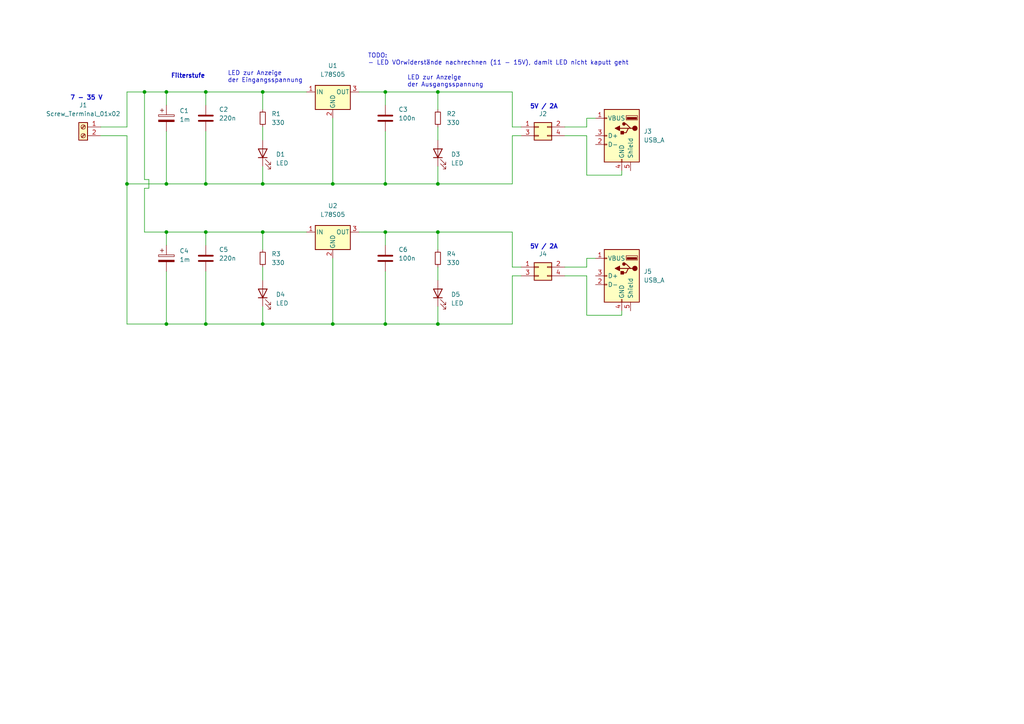
<source format=kicad_sch>
(kicad_sch (version 20211123) (generator eeschema)

  (uuid 28920a75-6506-4e2a-b657-9790916ff358)

  (paper "A4")

  (lib_symbols
    (symbol "Connector:Screw_Terminal_01x02" (pin_names (offset 1.016) hide) (in_bom yes) (on_board yes)
      (property "Reference" "J" (id 0) (at 0 2.54 0)
        (effects (font (size 1.27 1.27)))
      )
      (property "Value" "Screw_Terminal_01x02" (id 1) (at 0 -5.08 0)
        (effects (font (size 1.27 1.27)))
      )
      (property "Footprint" "" (id 2) (at 0 0 0)
        (effects (font (size 1.27 1.27)) hide)
      )
      (property "Datasheet" "~" (id 3) (at 0 0 0)
        (effects (font (size 1.27 1.27)) hide)
      )
      (property "ki_keywords" "screw terminal" (id 4) (at 0 0 0)
        (effects (font (size 1.27 1.27)) hide)
      )
      (property "ki_description" "Generic screw terminal, single row, 01x02, script generated (kicad-library-utils/schlib/autogen/connector/)" (id 5) (at 0 0 0)
        (effects (font (size 1.27 1.27)) hide)
      )
      (property "ki_fp_filters" "TerminalBlock*:*" (id 6) (at 0 0 0)
        (effects (font (size 1.27 1.27)) hide)
      )
      (symbol "Screw_Terminal_01x02_1_1"
        (rectangle (start -1.27 1.27) (end 1.27 -3.81)
          (stroke (width 0.254) (type default) (color 0 0 0 0))
          (fill (type background))
        )
        (circle (center 0 -2.54) (radius 0.635)
          (stroke (width 0.1524) (type default) (color 0 0 0 0))
          (fill (type none))
        )
        (polyline
          (pts
            (xy -0.5334 -2.2098)
            (xy 0.3302 -3.048)
          )
          (stroke (width 0.1524) (type default) (color 0 0 0 0))
          (fill (type none))
        )
        (polyline
          (pts
            (xy -0.5334 0.3302)
            (xy 0.3302 -0.508)
          )
          (stroke (width 0.1524) (type default) (color 0 0 0 0))
          (fill (type none))
        )
        (polyline
          (pts
            (xy -0.3556 -2.032)
            (xy 0.508 -2.8702)
          )
          (stroke (width 0.1524) (type default) (color 0 0 0 0))
          (fill (type none))
        )
        (polyline
          (pts
            (xy -0.3556 0.508)
            (xy 0.508 -0.3302)
          )
          (stroke (width 0.1524) (type default) (color 0 0 0 0))
          (fill (type none))
        )
        (circle (center 0 0) (radius 0.635)
          (stroke (width 0.1524) (type default) (color 0 0 0 0))
          (fill (type none))
        )
        (pin passive line (at -5.08 0 0) (length 3.81)
          (name "Pin_1" (effects (font (size 1.27 1.27))))
          (number "1" (effects (font (size 1.27 1.27))))
        )
        (pin passive line (at -5.08 -2.54 0) (length 3.81)
          (name "Pin_2" (effects (font (size 1.27 1.27))))
          (number "2" (effects (font (size 1.27 1.27))))
        )
      )
    )
    (symbol "Connector:USB_A" (pin_names (offset 1.016)) (in_bom yes) (on_board yes)
      (property "Reference" "J" (id 0) (at -5.08 11.43 0)
        (effects (font (size 1.27 1.27)) (justify left))
      )
      (property "Value" "USB_A" (id 1) (at -5.08 8.89 0)
        (effects (font (size 1.27 1.27)) (justify left))
      )
      (property "Footprint" "" (id 2) (at 3.81 -1.27 0)
        (effects (font (size 1.27 1.27)) hide)
      )
      (property "Datasheet" " ~" (id 3) (at 3.81 -1.27 0)
        (effects (font (size 1.27 1.27)) hide)
      )
      (property "ki_keywords" "connector USB" (id 4) (at 0 0 0)
        (effects (font (size 1.27 1.27)) hide)
      )
      (property "ki_description" "USB Type A connector" (id 5) (at 0 0 0)
        (effects (font (size 1.27 1.27)) hide)
      )
      (property "ki_fp_filters" "USB*" (id 6) (at 0 0 0)
        (effects (font (size 1.27 1.27)) hide)
      )
      (symbol "USB_A_0_1"
        (rectangle (start -5.08 -7.62) (end 5.08 7.62)
          (stroke (width 0.254) (type default) (color 0 0 0 0))
          (fill (type background))
        )
        (circle (center -3.81 2.159) (radius 0.635)
          (stroke (width 0.254) (type default) (color 0 0 0 0))
          (fill (type outline))
        )
        (rectangle (start -1.524 4.826) (end -4.318 5.334)
          (stroke (width 0) (type default) (color 0 0 0 0))
          (fill (type outline))
        )
        (rectangle (start -1.27 4.572) (end -4.572 5.842)
          (stroke (width 0) (type default) (color 0 0 0 0))
          (fill (type none))
        )
        (circle (center -0.635 3.429) (radius 0.381)
          (stroke (width 0.254) (type default) (color 0 0 0 0))
          (fill (type outline))
        )
        (rectangle (start -0.127 -7.62) (end 0.127 -6.858)
          (stroke (width 0) (type default) (color 0 0 0 0))
          (fill (type none))
        )
        (polyline
          (pts
            (xy -3.175 2.159)
            (xy -2.54 2.159)
            (xy -1.27 3.429)
            (xy -0.635 3.429)
          )
          (stroke (width 0.254) (type default) (color 0 0 0 0))
          (fill (type none))
        )
        (polyline
          (pts
            (xy -2.54 2.159)
            (xy -1.905 2.159)
            (xy -1.27 0.889)
            (xy 0 0.889)
          )
          (stroke (width 0.254) (type default) (color 0 0 0 0))
          (fill (type none))
        )
        (polyline
          (pts
            (xy 0.635 2.794)
            (xy 0.635 1.524)
            (xy 1.905 2.159)
            (xy 0.635 2.794)
          )
          (stroke (width 0.254) (type default) (color 0 0 0 0))
          (fill (type outline))
        )
        (rectangle (start 0.254 1.27) (end -0.508 0.508)
          (stroke (width 0.254) (type default) (color 0 0 0 0))
          (fill (type outline))
        )
        (rectangle (start 5.08 -2.667) (end 4.318 -2.413)
          (stroke (width 0) (type default) (color 0 0 0 0))
          (fill (type none))
        )
        (rectangle (start 5.08 -0.127) (end 4.318 0.127)
          (stroke (width 0) (type default) (color 0 0 0 0))
          (fill (type none))
        )
        (rectangle (start 5.08 4.953) (end 4.318 5.207)
          (stroke (width 0) (type default) (color 0 0 0 0))
          (fill (type none))
        )
      )
      (symbol "USB_A_1_1"
        (polyline
          (pts
            (xy -1.905 2.159)
            (xy 0.635 2.159)
          )
          (stroke (width 0.254) (type default) (color 0 0 0 0))
          (fill (type none))
        )
        (pin power_in line (at 7.62 5.08 180) (length 2.54)
          (name "VBUS" (effects (font (size 1.27 1.27))))
          (number "1" (effects (font (size 1.27 1.27))))
        )
        (pin bidirectional line (at 7.62 -2.54 180) (length 2.54)
          (name "D-" (effects (font (size 1.27 1.27))))
          (number "2" (effects (font (size 1.27 1.27))))
        )
        (pin bidirectional line (at 7.62 0 180) (length 2.54)
          (name "D+" (effects (font (size 1.27 1.27))))
          (number "3" (effects (font (size 1.27 1.27))))
        )
        (pin power_in line (at 0 -10.16 90) (length 2.54)
          (name "GND" (effects (font (size 1.27 1.27))))
          (number "4" (effects (font (size 1.27 1.27))))
        )
        (pin passive line (at -2.54 -10.16 90) (length 2.54)
          (name "Shield" (effects (font (size 1.27 1.27))))
          (number "5" (effects (font (size 1.27 1.27))))
        )
      )
    )
    (symbol "Connector_Generic:Conn_02x02_Odd_Even" (pin_names (offset 1.016) hide) (in_bom yes) (on_board yes)
      (property "Reference" "J" (id 0) (at 1.27 2.54 0)
        (effects (font (size 1.27 1.27)))
      )
      (property "Value" "Conn_02x02_Odd_Even" (id 1) (at 1.27 -5.08 0)
        (effects (font (size 1.27 1.27)))
      )
      (property "Footprint" "" (id 2) (at 0 0 0)
        (effects (font (size 1.27 1.27)) hide)
      )
      (property "Datasheet" "~" (id 3) (at 0 0 0)
        (effects (font (size 1.27 1.27)) hide)
      )
      (property "ki_keywords" "connector" (id 4) (at 0 0 0)
        (effects (font (size 1.27 1.27)) hide)
      )
      (property "ki_description" "Generic connector, double row, 02x02, odd/even pin numbering scheme (row 1 odd numbers, row 2 even numbers), script generated (kicad-library-utils/schlib/autogen/connector/)" (id 5) (at 0 0 0)
        (effects (font (size 1.27 1.27)) hide)
      )
      (property "ki_fp_filters" "Connector*:*_2x??_*" (id 6) (at 0 0 0)
        (effects (font (size 1.27 1.27)) hide)
      )
      (symbol "Conn_02x02_Odd_Even_1_1"
        (rectangle (start -1.27 -2.413) (end 0 -2.667)
          (stroke (width 0.1524) (type default) (color 0 0 0 0))
          (fill (type none))
        )
        (rectangle (start -1.27 0.127) (end 0 -0.127)
          (stroke (width 0.1524) (type default) (color 0 0 0 0))
          (fill (type none))
        )
        (rectangle (start -1.27 1.27) (end 3.81 -3.81)
          (stroke (width 0.254) (type default) (color 0 0 0 0))
          (fill (type background))
        )
        (rectangle (start 3.81 -2.413) (end 2.54 -2.667)
          (stroke (width 0.1524) (type default) (color 0 0 0 0))
          (fill (type none))
        )
        (rectangle (start 3.81 0.127) (end 2.54 -0.127)
          (stroke (width 0.1524) (type default) (color 0 0 0 0))
          (fill (type none))
        )
        (pin passive line (at -5.08 0 0) (length 3.81)
          (name "Pin_1" (effects (font (size 1.27 1.27))))
          (number "1" (effects (font (size 1.27 1.27))))
        )
        (pin passive line (at 7.62 0 180) (length 3.81)
          (name "Pin_2" (effects (font (size 1.27 1.27))))
          (number "2" (effects (font (size 1.27 1.27))))
        )
        (pin passive line (at -5.08 -2.54 0) (length 3.81)
          (name "Pin_3" (effects (font (size 1.27 1.27))))
          (number "3" (effects (font (size 1.27 1.27))))
        )
        (pin passive line (at 7.62 -2.54 180) (length 3.81)
          (name "Pin_4" (effects (font (size 1.27 1.27))))
          (number "4" (effects (font (size 1.27 1.27))))
        )
      )
    )
    (symbol "Device:C" (pin_numbers hide) (pin_names (offset 0.254)) (in_bom yes) (on_board yes)
      (property "Reference" "C" (id 0) (at 0.635 2.54 0)
        (effects (font (size 1.27 1.27)) (justify left))
      )
      (property "Value" "C" (id 1) (at 0.635 -2.54 0)
        (effects (font (size 1.27 1.27)) (justify left))
      )
      (property "Footprint" "" (id 2) (at 0.9652 -3.81 0)
        (effects (font (size 1.27 1.27)) hide)
      )
      (property "Datasheet" "~" (id 3) (at 0 0 0)
        (effects (font (size 1.27 1.27)) hide)
      )
      (property "ki_keywords" "cap capacitor" (id 4) (at 0 0 0)
        (effects (font (size 1.27 1.27)) hide)
      )
      (property "ki_description" "Unpolarized capacitor" (id 5) (at 0 0 0)
        (effects (font (size 1.27 1.27)) hide)
      )
      (property "ki_fp_filters" "C_*" (id 6) (at 0 0 0)
        (effects (font (size 1.27 1.27)) hide)
      )
      (symbol "C_0_1"
        (polyline
          (pts
            (xy -2.032 -0.762)
            (xy 2.032 -0.762)
          )
          (stroke (width 0.508) (type default) (color 0 0 0 0))
          (fill (type none))
        )
        (polyline
          (pts
            (xy -2.032 0.762)
            (xy 2.032 0.762)
          )
          (stroke (width 0.508) (type default) (color 0 0 0 0))
          (fill (type none))
        )
      )
      (symbol "C_1_1"
        (pin passive line (at 0 3.81 270) (length 2.794)
          (name "~" (effects (font (size 1.27 1.27))))
          (number "1" (effects (font (size 1.27 1.27))))
        )
        (pin passive line (at 0 -3.81 90) (length 2.794)
          (name "~" (effects (font (size 1.27 1.27))))
          (number "2" (effects (font (size 1.27 1.27))))
        )
      )
    )
    (symbol "Device:C_Polarized" (pin_numbers hide) (pin_names (offset 0.254)) (in_bom yes) (on_board yes)
      (property "Reference" "C" (id 0) (at 0.635 2.54 0)
        (effects (font (size 1.27 1.27)) (justify left))
      )
      (property "Value" "C_Polarized" (id 1) (at 0.635 -2.54 0)
        (effects (font (size 1.27 1.27)) (justify left))
      )
      (property "Footprint" "" (id 2) (at 0.9652 -3.81 0)
        (effects (font (size 1.27 1.27)) hide)
      )
      (property "Datasheet" "~" (id 3) (at 0 0 0)
        (effects (font (size 1.27 1.27)) hide)
      )
      (property "ki_keywords" "cap capacitor" (id 4) (at 0 0 0)
        (effects (font (size 1.27 1.27)) hide)
      )
      (property "ki_description" "Polarized capacitor" (id 5) (at 0 0 0)
        (effects (font (size 1.27 1.27)) hide)
      )
      (property "ki_fp_filters" "CP_*" (id 6) (at 0 0 0)
        (effects (font (size 1.27 1.27)) hide)
      )
      (symbol "C_Polarized_0_1"
        (rectangle (start -2.286 0.508) (end 2.286 1.016)
          (stroke (width 0) (type default) (color 0 0 0 0))
          (fill (type none))
        )
        (polyline
          (pts
            (xy -1.778 2.286)
            (xy -0.762 2.286)
          )
          (stroke (width 0) (type default) (color 0 0 0 0))
          (fill (type none))
        )
        (polyline
          (pts
            (xy -1.27 2.794)
            (xy -1.27 1.778)
          )
          (stroke (width 0) (type default) (color 0 0 0 0))
          (fill (type none))
        )
        (rectangle (start 2.286 -0.508) (end -2.286 -1.016)
          (stroke (width 0) (type default) (color 0 0 0 0))
          (fill (type outline))
        )
      )
      (symbol "C_Polarized_1_1"
        (pin passive line (at 0 3.81 270) (length 2.794)
          (name "~" (effects (font (size 1.27 1.27))))
          (number "1" (effects (font (size 1.27 1.27))))
        )
        (pin passive line (at 0 -3.81 90) (length 2.794)
          (name "~" (effects (font (size 1.27 1.27))))
          (number "2" (effects (font (size 1.27 1.27))))
        )
      )
    )
    (symbol "Device:LED" (pin_numbers hide) (pin_names (offset 1.016) hide) (in_bom yes) (on_board yes)
      (property "Reference" "D" (id 0) (at 0 2.54 0)
        (effects (font (size 1.27 1.27)))
      )
      (property "Value" "LED" (id 1) (at 0 -2.54 0)
        (effects (font (size 1.27 1.27)))
      )
      (property "Footprint" "" (id 2) (at 0 0 0)
        (effects (font (size 1.27 1.27)) hide)
      )
      (property "Datasheet" "~" (id 3) (at 0 0 0)
        (effects (font (size 1.27 1.27)) hide)
      )
      (property "ki_keywords" "LED diode" (id 4) (at 0 0 0)
        (effects (font (size 1.27 1.27)) hide)
      )
      (property "ki_description" "Light emitting diode" (id 5) (at 0 0 0)
        (effects (font (size 1.27 1.27)) hide)
      )
      (property "ki_fp_filters" "LED* LED_SMD:* LED_THT:*" (id 6) (at 0 0 0)
        (effects (font (size 1.27 1.27)) hide)
      )
      (symbol "LED_0_1"
        (polyline
          (pts
            (xy -1.27 -1.27)
            (xy -1.27 1.27)
          )
          (stroke (width 0.254) (type default) (color 0 0 0 0))
          (fill (type none))
        )
        (polyline
          (pts
            (xy -1.27 0)
            (xy 1.27 0)
          )
          (stroke (width 0) (type default) (color 0 0 0 0))
          (fill (type none))
        )
        (polyline
          (pts
            (xy 1.27 -1.27)
            (xy 1.27 1.27)
            (xy -1.27 0)
            (xy 1.27 -1.27)
          )
          (stroke (width 0.254) (type default) (color 0 0 0 0))
          (fill (type none))
        )
        (polyline
          (pts
            (xy -3.048 -0.762)
            (xy -4.572 -2.286)
            (xy -3.81 -2.286)
            (xy -4.572 -2.286)
            (xy -4.572 -1.524)
          )
          (stroke (width 0) (type default) (color 0 0 0 0))
          (fill (type none))
        )
        (polyline
          (pts
            (xy -1.778 -0.762)
            (xy -3.302 -2.286)
            (xy -2.54 -2.286)
            (xy -3.302 -2.286)
            (xy -3.302 -1.524)
          )
          (stroke (width 0) (type default) (color 0 0 0 0))
          (fill (type none))
        )
      )
      (symbol "LED_1_1"
        (pin passive line (at -3.81 0 0) (length 2.54)
          (name "K" (effects (font (size 1.27 1.27))))
          (number "1" (effects (font (size 1.27 1.27))))
        )
        (pin passive line (at 3.81 0 180) (length 2.54)
          (name "A" (effects (font (size 1.27 1.27))))
          (number "2" (effects (font (size 1.27 1.27))))
        )
      )
    )
    (symbol "Device:R_Small" (pin_numbers hide) (pin_names (offset 0.254) hide) (in_bom yes) (on_board yes)
      (property "Reference" "R" (id 0) (at 0.762 0.508 0)
        (effects (font (size 1.27 1.27)) (justify left))
      )
      (property "Value" "R_Small" (id 1) (at 0.762 -1.016 0)
        (effects (font (size 1.27 1.27)) (justify left))
      )
      (property "Footprint" "" (id 2) (at 0 0 0)
        (effects (font (size 1.27 1.27)) hide)
      )
      (property "Datasheet" "~" (id 3) (at 0 0 0)
        (effects (font (size 1.27 1.27)) hide)
      )
      (property "ki_keywords" "R resistor" (id 4) (at 0 0 0)
        (effects (font (size 1.27 1.27)) hide)
      )
      (property "ki_description" "Resistor, small symbol" (id 5) (at 0 0 0)
        (effects (font (size 1.27 1.27)) hide)
      )
      (property "ki_fp_filters" "R_*" (id 6) (at 0 0 0)
        (effects (font (size 1.27 1.27)) hide)
      )
      (symbol "R_Small_0_1"
        (rectangle (start -0.762 1.778) (end 0.762 -1.778)
          (stroke (width 0.2032) (type default) (color 0 0 0 0))
          (fill (type none))
        )
      )
      (symbol "R_Small_1_1"
        (pin passive line (at 0 2.54 270) (length 0.762)
          (name "~" (effects (font (size 1.27 1.27))))
          (number "1" (effects (font (size 1.27 1.27))))
        )
        (pin passive line (at 0 -2.54 90) (length 0.762)
          (name "~" (effects (font (size 1.27 1.27))))
          (number "2" (effects (font (size 1.27 1.27))))
        )
      )
    )
    (symbol "Regulator_Linear:L7805" (pin_names (offset 0.254)) (in_bom yes) (on_board yes)
      (property "Reference" "U" (id 0) (at -3.81 3.175 0)
        (effects (font (size 1.27 1.27)))
      )
      (property "Value" "L7805" (id 1) (at 0 3.175 0)
        (effects (font (size 1.27 1.27)) (justify left))
      )
      (property "Footprint" "" (id 2) (at 0.635 -3.81 0)
        (effects (font (size 1.27 1.27) italic) (justify left) hide)
      )
      (property "Datasheet" "http://www.st.com/content/ccc/resource/technical/document/datasheet/41/4f/b3/b0/12/d4/47/88/CD00000444.pdf/files/CD00000444.pdf/jcr:content/translations/en.CD00000444.pdf" (id 3) (at 0 -1.27 0)
        (effects (font (size 1.27 1.27)) hide)
      )
      (property "ki_keywords" "Voltage Regulator 1.5A Positive" (id 4) (at 0 0 0)
        (effects (font (size 1.27 1.27)) hide)
      )
      (property "ki_description" "Positive 1.5A 35V Linear Regulator, Fixed Output 5V, TO-220/TO-263/TO-252" (id 5) (at 0 0 0)
        (effects (font (size 1.27 1.27)) hide)
      )
      (property "ki_fp_filters" "TO?252* TO?263* TO?220*" (id 6) (at 0 0 0)
        (effects (font (size 1.27 1.27)) hide)
      )
      (symbol "L7805_0_1"
        (rectangle (start -5.08 1.905) (end 5.08 -5.08)
          (stroke (width 0.254) (type default) (color 0 0 0 0))
          (fill (type background))
        )
      )
      (symbol "L7805_1_1"
        (pin power_in line (at -7.62 0 0) (length 2.54)
          (name "IN" (effects (font (size 1.27 1.27))))
          (number "1" (effects (font (size 1.27 1.27))))
        )
        (pin power_in line (at 0 -7.62 90) (length 2.54)
          (name "GND" (effects (font (size 1.27 1.27))))
          (number "2" (effects (font (size 1.27 1.27))))
        )
        (pin power_out line (at 7.62 0 180) (length 2.54)
          (name "OUT" (effects (font (size 1.27 1.27))))
          (number "3" (effects (font (size 1.27 1.27))))
        )
      )
    )
  )

  (junction (at 48.26 67.31) (diameter 0) (color 0 0 0 0)
    (uuid 037872a4-9312-4ec7-8318-6df20ef3f28d)
  )
  (junction (at 36.83 53.34) (diameter 0) (color 0 0 0 0)
    (uuid 186a8d2c-674b-45f5-85fa-d9e638b00c64)
  )
  (junction (at 127 26.67) (diameter 0) (color 0 0 0 0)
    (uuid 1ca10080-9e18-4457-99e3-53919c237f70)
  )
  (junction (at 59.69 67.31) (diameter 0) (color 0 0 0 0)
    (uuid 22fbadf3-37de-4b77-9857-442aa23b4bbf)
  )
  (junction (at 48.26 93.98) (diameter 0) (color 0 0 0 0)
    (uuid 291d36ff-fe9d-4591-b905-4f62fc259397)
  )
  (junction (at 41.91 26.67) (diameter 0) (color 0 0 0 0)
    (uuid 37a795dc-0240-4a91-84dc-db3c3aa5e6de)
  )
  (junction (at 48.26 26.67) (diameter 0) (color 0 0 0 0)
    (uuid 5680965b-832d-404c-86a1-ae2e48ca8b2d)
  )
  (junction (at 76.2 67.31) (diameter 0) (color 0 0 0 0)
    (uuid 629dcda7-cb6f-4d4e-a7cc-787a057df971)
  )
  (junction (at 59.69 26.67) (diameter 0) (color 0 0 0 0)
    (uuid 7e639599-75e0-4b1f-8a1c-13a3a6e57139)
  )
  (junction (at 76.2 26.67) (diameter 0) (color 0 0 0 0)
    (uuid 898e78bc-eaab-4429-9fb8-aeb79411d369)
  )
  (junction (at 76.2 93.98) (diameter 0) (color 0 0 0 0)
    (uuid 8e3c9598-6827-43f8-8d70-bfbefed079d1)
  )
  (junction (at 48.26 53.34) (diameter 0) (color 0 0 0 0)
    (uuid 96dd5428-2681-4361-abfd-9a60de97423e)
  )
  (junction (at 127 93.98) (diameter 0) (color 0 0 0 0)
    (uuid a3b21820-464d-4c24-939c-24a45fa35571)
  )
  (junction (at 76.2 53.34) (diameter 0) (color 0 0 0 0)
    (uuid a6317d0e-d0c3-4ffc-b951-4111f4bfbfb9)
  )
  (junction (at 96.52 53.34) (diameter 0) (color 0 0 0 0)
    (uuid aadb3106-54c4-422c-93ea-e73bcb9a7148)
  )
  (junction (at 111.76 93.98) (diameter 0) (color 0 0 0 0)
    (uuid b294c779-d320-43a5-99ce-7200036144a8)
  )
  (junction (at 96.52 93.98) (diameter 0) (color 0 0 0 0)
    (uuid b3b4a2ce-a76c-4893-b618-c15851cceb5e)
  )
  (junction (at 111.76 67.31) (diameter 0) (color 0 0 0 0)
    (uuid b5244ee4-198d-4c97-b9fb-f930969151e4)
  )
  (junction (at 111.76 53.34) (diameter 0) (color 0 0 0 0)
    (uuid c5131f04-c94a-4961-8d7c-26bfba751aa5)
  )
  (junction (at 127 67.31) (diameter 0) (color 0 0 0 0)
    (uuid d6dea8f5-3217-45cd-8736-9805e6eaa3a8)
  )
  (junction (at 59.69 93.98) (diameter 0) (color 0 0 0 0)
    (uuid dee8857f-a396-409e-ad59-20c5f6184d72)
  )
  (junction (at 59.69 53.34) (diameter 0) (color 0 0 0 0)
    (uuid e0ffa681-23fa-4109-b5f7-766d8a352510)
  )
  (junction (at 111.76 26.67) (diameter 0) (color 0 0 0 0)
    (uuid e9abcf7e-c77d-41a9-bc39-cb247bad22a2)
  )
  (junction (at 127 53.34) (diameter 0) (color 0 0 0 0)
    (uuid f6243da3-fdc6-4929-94de-732befc2ea72)
  )

  (wire (pts (xy 148.59 36.83) (xy 148.59 26.67))
    (stroke (width 0) (type default) (color 0 0 0 0))
    (uuid 0461115d-a282-4e99-b4d0-ef8134180b03)
  )
  (wire (pts (xy 170.18 74.93) (xy 170.18 77.47))
    (stroke (width 0) (type default) (color 0 0 0 0))
    (uuid 056efc95-233f-47a0-9922-5c14a593feaa)
  )
  (wire (pts (xy 148.59 93.98) (xy 127 93.98))
    (stroke (width 0) (type default) (color 0 0 0 0))
    (uuid 135196f4-c3b3-4f49-8c68-dcd025617254)
  )
  (wire (pts (xy 48.26 78.74) (xy 48.26 93.98))
    (stroke (width 0) (type default) (color 0 0 0 0))
    (uuid 13679450-ff6f-4eed-991c-9b826f731a12)
  )
  (wire (pts (xy 48.26 67.31) (xy 59.69 67.31))
    (stroke (width 0) (type default) (color 0 0 0 0))
    (uuid 159372ea-acd4-42f1-b0f2-46c051ceb87c)
  )
  (wire (pts (xy 59.69 93.98) (xy 76.2 93.98))
    (stroke (width 0) (type default) (color 0 0 0 0))
    (uuid 18f8beba-b26e-4d73-8aa5-425dd754a127)
  )
  (wire (pts (xy 170.18 36.83) (xy 163.83 36.83))
    (stroke (width 0) (type default) (color 0 0 0 0))
    (uuid 1988b6a8-ea36-4b0c-b066-42436e445311)
  )
  (wire (pts (xy 127 48.26) (xy 127 53.34))
    (stroke (width 0) (type default) (color 0 0 0 0))
    (uuid 1f678702-02ca-495f-ac0d-ab6fc9b72259)
  )
  (wire (pts (xy 29.21 39.37) (xy 36.83 39.37))
    (stroke (width 0) (type default) (color 0 0 0 0))
    (uuid 243e082a-328f-431f-9f83-540e15086724)
  )
  (wire (pts (xy 59.69 67.31) (xy 59.69 71.12))
    (stroke (width 0) (type default) (color 0 0 0 0))
    (uuid 283164ac-a6bf-43dd-a4e8-a5b9eddbb544)
  )
  (wire (pts (xy 148.59 26.67) (xy 127 26.67))
    (stroke (width 0) (type default) (color 0 0 0 0))
    (uuid 2e99fe05-53a9-49d2-a52c-e06225b9fcba)
  )
  (wire (pts (xy 148.59 80.01) (xy 148.59 93.98))
    (stroke (width 0) (type default) (color 0 0 0 0))
    (uuid 2fa419da-ed7a-4a85-ac5e-1a7c1842ab70)
  )
  (wire (pts (xy 127 26.67) (xy 127 31.75))
    (stroke (width 0) (type default) (color 0 0 0 0))
    (uuid 30a42db3-6158-4818-b021-307ac193f078)
  )
  (wire (pts (xy 48.26 53.34) (xy 59.69 53.34))
    (stroke (width 0) (type default) (color 0 0 0 0))
    (uuid 328830c6-b324-4922-b6b3-1c04b091c6d3)
  )
  (wire (pts (xy 127 93.98) (xy 111.76 93.98))
    (stroke (width 0) (type default) (color 0 0 0 0))
    (uuid 346f39d6-f590-46ae-862b-35ccf55bdf89)
  )
  (wire (pts (xy 48.26 26.67) (xy 59.69 26.67))
    (stroke (width 0) (type default) (color 0 0 0 0))
    (uuid 3d7f0cb1-678a-42cb-84e7-ad1a266946a0)
  )
  (wire (pts (xy 36.83 39.37) (xy 36.83 53.34))
    (stroke (width 0) (type default) (color 0 0 0 0))
    (uuid 3feea3d4-d8b5-455c-9e0e-de4aef2fba74)
  )
  (wire (pts (xy 48.26 67.31) (xy 41.91 67.31))
    (stroke (width 0) (type default) (color 0 0 0 0))
    (uuid 44386b20-fe48-4f0c-9643-dd0c06abc540)
  )
  (wire (pts (xy 48.26 67.31) (xy 48.26 71.12))
    (stroke (width 0) (type default) (color 0 0 0 0))
    (uuid 461c150a-80af-439e-8285-0eb450be0344)
  )
  (wire (pts (xy 76.2 31.75) (xy 76.2 26.67))
    (stroke (width 0) (type default) (color 0 0 0 0))
    (uuid 492691b0-8db4-419c-bd7f-01b398382773)
  )
  (wire (pts (xy 148.59 77.47) (xy 148.59 67.31))
    (stroke (width 0) (type default) (color 0 0 0 0))
    (uuid 4a268d12-6b1e-462b-a590-7b4312b3e935)
  )
  (wire (pts (xy 151.13 80.01) (xy 148.59 80.01))
    (stroke (width 0) (type default) (color 0 0 0 0))
    (uuid 4a8df540-675c-4f22-a4a0-062ca49d0d89)
  )
  (wire (pts (xy 96.52 34.29) (xy 96.52 53.34))
    (stroke (width 0) (type default) (color 0 0 0 0))
    (uuid 4e503655-919b-455d-9fcb-22aec7888ed2)
  )
  (wire (pts (xy 96.52 53.34) (xy 76.2 53.34))
    (stroke (width 0) (type default) (color 0 0 0 0))
    (uuid 4f439efc-7f0d-4823-9051-9d46c6f356c3)
  )
  (wire (pts (xy 41.91 67.31) (xy 41.91 54.61))
    (stroke (width 0) (type default) (color 0 0 0 0))
    (uuid 517b4d94-ab0d-4eb1-94dc-1e05f31e9fa6)
  )
  (wire (pts (xy 111.76 30.48) (xy 111.76 26.67))
    (stroke (width 0) (type default) (color 0 0 0 0))
    (uuid 5421f849-c6ce-4b08-81f0-8a831cadc312)
  )
  (wire (pts (xy 59.69 26.67) (xy 76.2 26.67))
    (stroke (width 0) (type default) (color 0 0 0 0))
    (uuid 55dc1031-bb8c-47f8-bab2-aac47b7eea61)
  )
  (wire (pts (xy 111.76 67.31) (xy 104.14 67.31))
    (stroke (width 0) (type default) (color 0 0 0 0))
    (uuid 5832ad0f-5a53-473f-bf2a-a4b5103b8d10)
  )
  (wire (pts (xy 170.18 77.47) (xy 163.83 77.47))
    (stroke (width 0) (type default) (color 0 0 0 0))
    (uuid 5b2f8b01-14fc-4122-b76a-ff9171b09e85)
  )
  (wire (pts (xy 48.26 93.98) (xy 59.69 93.98))
    (stroke (width 0) (type default) (color 0 0 0 0))
    (uuid 5f19f3d4-0891-464a-93a2-1719eaaf5cae)
  )
  (wire (pts (xy 148.59 39.37) (xy 151.13 39.37))
    (stroke (width 0) (type default) (color 0 0 0 0))
    (uuid 6460dbb9-d97f-40b7-b862-b8c6bd2cdefe)
  )
  (wire (pts (xy 111.76 71.12) (xy 111.76 67.31))
    (stroke (width 0) (type default) (color 0 0 0 0))
    (uuid 6654bdef-b8ec-4c61-9fc0-4cc42866ebf8)
  )
  (wire (pts (xy 163.83 39.37) (xy 170.18 39.37))
    (stroke (width 0) (type default) (color 0 0 0 0))
    (uuid 66a4ba21-1b12-4b2b-afdd-36ddd46756c1)
  )
  (wire (pts (xy 41.91 26.67) (xy 41.91 52.07))
    (stroke (width 0) (type default) (color 0 0 0 0))
    (uuid 6722cc91-d6a1-419c-91c7-36260b9c1dd7)
  )
  (wire (pts (xy 96.52 74.93) (xy 96.52 93.98))
    (stroke (width 0) (type default) (color 0 0 0 0))
    (uuid 69c6404a-9b2b-423b-91bb-9bf612fb2c61)
  )
  (wire (pts (xy 43.18 52.07) (xy 41.91 52.07))
    (stroke (width 0) (type default) (color 0 0 0 0))
    (uuid 6aa751f2-9644-46af-8d49-32b9a9a0cbfc)
  )
  (wire (pts (xy 36.83 36.83) (xy 36.83 26.67))
    (stroke (width 0) (type default) (color 0 0 0 0))
    (uuid 6d18ad6b-0d8d-4d65-bfe8-76930b26fb49)
  )
  (wire (pts (xy 111.76 93.98) (xy 96.52 93.98))
    (stroke (width 0) (type default) (color 0 0 0 0))
    (uuid 702ea274-76a2-4ac1-85ce-000621ac626b)
  )
  (wire (pts (xy 148.59 39.37) (xy 148.59 53.34))
    (stroke (width 0) (type default) (color 0 0 0 0))
    (uuid 76516dfc-d34f-4d88-8f45-dbec2330b886)
  )
  (wire (pts (xy 170.18 34.29) (xy 170.18 36.83))
    (stroke (width 0) (type default) (color 0 0 0 0))
    (uuid 79282192-59e3-4e4e-9230-aa14f38df781)
  )
  (wire (pts (xy 41.91 54.61) (xy 43.18 54.61))
    (stroke (width 0) (type default) (color 0 0 0 0))
    (uuid 7c76c4cf-052f-4a65-9e02-efb6009195c0)
  )
  (wire (pts (xy 76.2 77.47) (xy 76.2 81.28))
    (stroke (width 0) (type default) (color 0 0 0 0))
    (uuid 7e082e69-987f-4b5e-adbb-085ca7bba219)
  )
  (wire (pts (xy 170.18 50.8) (xy 170.18 39.37))
    (stroke (width 0) (type default) (color 0 0 0 0))
    (uuid 7f95d91a-0e93-4000-9ecc-530fd0639af6)
  )
  (wire (pts (xy 76.2 36.83) (xy 76.2 40.64))
    (stroke (width 0) (type default) (color 0 0 0 0))
    (uuid 84a28995-085f-4f5f-ba39-4756e4789f89)
  )
  (wire (pts (xy 180.34 90.17) (xy 180.34 91.44))
    (stroke (width 0) (type default) (color 0 0 0 0))
    (uuid 8678700b-e9ff-4444-9dfc-8ff27cb2cf8a)
  )
  (wire (pts (xy 148.59 53.34) (xy 127 53.34))
    (stroke (width 0) (type default) (color 0 0 0 0))
    (uuid 8a97e44d-cb09-411b-86d4-24172d0260ca)
  )
  (wire (pts (xy 170.18 91.44) (xy 170.18 80.01))
    (stroke (width 0) (type default) (color 0 0 0 0))
    (uuid 91849a41-21cf-4163-af60-8204016892da)
  )
  (wire (pts (xy 148.59 36.83) (xy 151.13 36.83))
    (stroke (width 0) (type default) (color 0 0 0 0))
    (uuid 94a3ea1c-d87a-4bb8-abf5-6e616fe11cab)
  )
  (wire (pts (xy 127 26.67) (xy 111.76 26.67))
    (stroke (width 0) (type default) (color 0 0 0 0))
    (uuid 95018a12-334a-40b8-9407-ea8bc1f04094)
  )
  (wire (pts (xy 148.59 67.31) (xy 127 67.31))
    (stroke (width 0) (type default) (color 0 0 0 0))
    (uuid 9bec0533-5585-4e08-8390-afdeb0c63ee9)
  )
  (wire (pts (xy 43.18 54.61) (xy 43.18 52.07))
    (stroke (width 0) (type default) (color 0 0 0 0))
    (uuid 9dd87bf2-85fe-4978-8b5e-afa13507e03c)
  )
  (wire (pts (xy 76.2 72.39) (xy 76.2 67.31))
    (stroke (width 0) (type default) (color 0 0 0 0))
    (uuid a3419a36-d42b-43a2-9115-0fccf5ce9624)
  )
  (wire (pts (xy 127 36.83) (xy 127 40.64))
    (stroke (width 0) (type default) (color 0 0 0 0))
    (uuid a6048afb-523d-4f6f-bf47-1bd4c0e1ad81)
  )
  (wire (pts (xy 36.83 26.67) (xy 41.91 26.67))
    (stroke (width 0) (type default) (color 0 0 0 0))
    (uuid a9479947-ba50-462f-8002-a392937f9a3a)
  )
  (wire (pts (xy 127 67.31) (xy 111.76 67.31))
    (stroke (width 0) (type default) (color 0 0 0 0))
    (uuid a9c0012d-39e8-4b30-8ede-952ff36f8dab)
  )
  (wire (pts (xy 111.76 38.1) (xy 111.76 53.34))
    (stroke (width 0) (type default) (color 0 0 0 0))
    (uuid af2ffb99-b796-4025-b442-5229250cd194)
  )
  (wire (pts (xy 48.26 93.98) (xy 36.83 93.98))
    (stroke (width 0) (type default) (color 0 0 0 0))
    (uuid af4669db-153b-49ce-abdd-1ff2bf01d656)
  )
  (wire (pts (xy 127 77.47) (xy 127 81.28))
    (stroke (width 0) (type default) (color 0 0 0 0))
    (uuid afa80892-13b8-4710-91fa-093467b55db8)
  )
  (wire (pts (xy 127 53.34) (xy 111.76 53.34))
    (stroke (width 0) (type default) (color 0 0 0 0))
    (uuid b090d60e-8121-445e-b623-0f6b5d2f74e0)
  )
  (wire (pts (xy 59.69 38.1) (xy 59.69 53.34))
    (stroke (width 0) (type default) (color 0 0 0 0))
    (uuid b19840f2-a675-4d76-a4ff-0a4d0ab014ed)
  )
  (wire (pts (xy 76.2 48.26) (xy 76.2 53.34))
    (stroke (width 0) (type default) (color 0 0 0 0))
    (uuid b23498f5-d8b3-4f81-b44a-0657ecb057d4)
  )
  (wire (pts (xy 59.69 26.67) (xy 59.69 30.48))
    (stroke (width 0) (type default) (color 0 0 0 0))
    (uuid b29798fd-0b4e-4f65-aa73-2f48b6e1e9da)
  )
  (wire (pts (xy 59.69 67.31) (xy 76.2 67.31))
    (stroke (width 0) (type default) (color 0 0 0 0))
    (uuid b52bc7ae-ef78-4e4d-8d01-6852854992c1)
  )
  (wire (pts (xy 36.83 93.98) (xy 36.83 53.34))
    (stroke (width 0) (type default) (color 0 0 0 0))
    (uuid b63b1477-f340-42ab-ba1d-50db657541d4)
  )
  (wire (pts (xy 163.83 80.01) (xy 170.18 80.01))
    (stroke (width 0) (type default) (color 0 0 0 0))
    (uuid b726f0e7-8e3e-4205-a7ee-faad37954abc)
  )
  (wire (pts (xy 127 88.9) (xy 127 93.98))
    (stroke (width 0) (type default) (color 0 0 0 0))
    (uuid b72fd23b-4e49-41aa-8043-9315b9d81a81)
  )
  (wire (pts (xy 111.76 78.74) (xy 111.76 93.98))
    (stroke (width 0) (type default) (color 0 0 0 0))
    (uuid bc8ec67e-2f92-496a-907a-cc95bc486b94)
  )
  (wire (pts (xy 127 67.31) (xy 127 72.39))
    (stroke (width 0) (type default) (color 0 0 0 0))
    (uuid c06497f6-dea9-4c7c-81ca-45fce8a0bd33)
  )
  (wire (pts (xy 172.72 34.29) (xy 170.18 34.29))
    (stroke (width 0) (type default) (color 0 0 0 0))
    (uuid c5058f48-2969-480f-b6b5-24ddc504e9cc)
  )
  (wire (pts (xy 29.21 36.83) (xy 36.83 36.83))
    (stroke (width 0) (type default) (color 0 0 0 0))
    (uuid c5a9061b-cc6a-4bac-a5a2-c663e2164cbe)
  )
  (wire (pts (xy 76.2 26.67) (xy 88.9 26.67))
    (stroke (width 0) (type default) (color 0 0 0 0))
    (uuid cacc92cf-b2a3-415d-bb33-5a8ffce1027b)
  )
  (wire (pts (xy 48.26 26.67) (xy 48.26 30.48))
    (stroke (width 0) (type default) (color 0 0 0 0))
    (uuid cc73a133-242e-4938-a4db-703f91e9b92d)
  )
  (wire (pts (xy 76.2 67.31) (xy 88.9 67.31))
    (stroke (width 0) (type default) (color 0 0 0 0))
    (uuid d0bcc739-8422-4b61-955e-4e7ecbf5201c)
  )
  (wire (pts (xy 180.34 50.8) (xy 170.18 50.8))
    (stroke (width 0) (type default) (color 0 0 0 0))
    (uuid d8f8b698-4240-4678-84e7-84f5acd8c81c)
  )
  (wire (pts (xy 111.76 26.67) (xy 104.14 26.67))
    (stroke (width 0) (type default) (color 0 0 0 0))
    (uuid d9845112-544f-453e-8df3-87f15009989d)
  )
  (wire (pts (xy 151.13 77.47) (xy 148.59 77.47))
    (stroke (width 0) (type default) (color 0 0 0 0))
    (uuid dfc65f5e-27f2-49f2-b0f7-c91258623bcd)
  )
  (wire (pts (xy 41.91 26.67) (xy 48.26 26.67))
    (stroke (width 0) (type default) (color 0 0 0 0))
    (uuid e1b1dc48-0d83-44a1-a9fa-dc83bed0e95d)
  )
  (wire (pts (xy 76.2 88.9) (xy 76.2 93.98))
    (stroke (width 0) (type default) (color 0 0 0 0))
    (uuid e3b4c9e5-0128-46cc-b9ce-f9714806b8cb)
  )
  (wire (pts (xy 180.34 49.53) (xy 180.34 50.8))
    (stroke (width 0) (type default) (color 0 0 0 0))
    (uuid e575ac7e-a80f-41e5-be01-cc78bffb793f)
  )
  (wire (pts (xy 59.69 78.74) (xy 59.69 93.98))
    (stroke (width 0) (type default) (color 0 0 0 0))
    (uuid e64b2774-a5ce-4e53-915a-1dd205486c7c)
  )
  (wire (pts (xy 111.76 53.34) (xy 96.52 53.34))
    (stroke (width 0) (type default) (color 0 0 0 0))
    (uuid e8086e3b-c29a-476f-ad5d-5c0c0409b085)
  )
  (wire (pts (xy 36.83 53.34) (xy 48.26 53.34))
    (stroke (width 0) (type default) (color 0 0 0 0))
    (uuid e8b4d535-828a-416b-98ca-9289748d08a1)
  )
  (wire (pts (xy 172.72 74.93) (xy 170.18 74.93))
    (stroke (width 0) (type default) (color 0 0 0 0))
    (uuid ead8dd41-0a40-4b95-8905-5e913679cbce)
  )
  (wire (pts (xy 48.26 38.1) (xy 48.26 53.34))
    (stroke (width 0) (type default) (color 0 0 0 0))
    (uuid ef05e233-2a62-40a2-9d64-4023b0132741)
  )
  (wire (pts (xy 180.34 91.44) (xy 170.18 91.44))
    (stroke (width 0) (type default) (color 0 0 0 0))
    (uuid f2c669bc-0c54-49c9-8771-6eda87917946)
  )
  (wire (pts (xy 96.52 93.98) (xy 76.2 93.98))
    (stroke (width 0) (type default) (color 0 0 0 0))
    (uuid f34e105e-7189-44f0-a057-0f301fffa8c8)
  )
  (wire (pts (xy 59.69 53.34) (xy 76.2 53.34))
    (stroke (width 0) (type default) (color 0 0 0 0))
    (uuid fbb4249e-58ae-42e7-8129-e71cb77ce105)
  )

  (text "LED zur Anzeige \nder Ausgangsspannung" (at 118.11 25.4 0)
    (effects (font (size 1.27 1.27)) (justify left bottom))
    (uuid 090211ba-8bde-4aa3-958a-d7b6f61ef155)
  )
  (text "7 - 35 V" (at 20.32 29.21 0)
    (effects (font (size 1.27 1.27) bold) (justify left bottom))
    (uuid 1c8375ac-e49b-479d-b793-fc751b873d8b)
  )
  (text "TODO: \n- LED VOrwiderstände nachrechnen (11 - 15V), damit LED nicht kaputt geht"
    (at 106.68 19.05 0)
    (effects (font (size 1.27 1.27)) (justify left bottom))
    (uuid 2567c9f3-1322-43ab-95e2-f67d0837e3a1)
  )
  (text "Filterstufe" (at 49.53 22.86 0)
    (effects (font (size 1.27 1.27) (thickness 0.254) bold) (justify left bottom))
    (uuid d2d8e3e0-0cfe-42e3-b2c1-8edf4e6c5e6d)
  )
  (text "5V / 2A" (at 153.67 72.39 0)
    (effects (font (size 1.27 1.27) bold) (justify left bottom))
    (uuid d6545281-59eb-4058-983e-33ddd5e70c2b)
  )
  (text "5V / 2A" (at 153.67 31.75 0)
    (effects (font (size 1.27 1.27) bold) (justify left bottom))
    (uuid ebbf363c-d029-41a2-a29e-41495cdeb2bd)
  )
  (text "LED zur Anzeige \nder Eingangsspannung" (at 66.04 24.13 0)
    (effects (font (size 1.27 1.27)) (justify left bottom))
    (uuid f478196c-a71b-40e6-8941-c85682e5b08b)
  )

  (symbol (lib_id "Device:R_Small") (at 76.2 34.29 0) (unit 1)
    (in_bom yes) (on_board yes) (fields_autoplaced)
    (uuid 0d8b3360-dd0e-4be9-9f15-091de3839ab5)
    (property "Reference" "R1" (id 0) (at 78.74 33.0199 0)
      (effects (font (size 1.27 1.27)) (justify left))
    )
    (property "Value" "330" (id 1) (at 78.74 35.5599 0)
      (effects (font (size 1.27 1.27)) (justify left))
    )
    (property "Footprint" "" (id 2) (at 76.2 34.29 0)
      (effects (font (size 1.27 1.27)) hide)
    )
    (property "Datasheet" "~" (id 3) (at 76.2 34.29 0)
      (effects (font (size 1.27 1.27)) hide)
    )
    (pin "1" (uuid 5add29a2-35cb-4450-a2b3-b8b5d848d5f5))
    (pin "2" (uuid b8cc712a-9032-43f8-8aa3-83bae456b598))
  )

  (symbol (lib_id "Device:R_Small") (at 76.2 74.93 0) (unit 1)
    (in_bom yes) (on_board yes) (fields_autoplaced)
    (uuid 15cf41a5-94b8-4f95-a141-56696bebb359)
    (property "Reference" "R3" (id 0) (at 78.74 73.6599 0)
      (effects (font (size 1.27 1.27)) (justify left))
    )
    (property "Value" "330" (id 1) (at 78.74 76.1999 0)
      (effects (font (size 1.27 1.27)) (justify left))
    )
    (property "Footprint" "" (id 2) (at 76.2 74.93 0)
      (effects (font (size 1.27 1.27)) hide)
    )
    (property "Datasheet" "~" (id 3) (at 76.2 74.93 0)
      (effects (font (size 1.27 1.27)) hide)
    )
    (pin "1" (uuid d89320f7-5f8b-4a9b-93ae-9992fcb62b32))
    (pin "2" (uuid d606482e-9edd-468b-89a2-ea54d8317b99))
  )

  (symbol (lib_id "Connector_Generic:Conn_02x02_Odd_Even") (at 156.21 77.47 0) (unit 1)
    (in_bom yes) (on_board yes) (fields_autoplaced)
    (uuid 1d5773e0-9370-4959-88b0-e84c0b246cf7)
    (property "Reference" "J4" (id 0) (at 157.48 73.66 0))
    (property "Value" "Conn_02x02_Odd_Even" (id 1) (at 157.48 73.66 0)
      (effects (font (size 1.27 1.27)) hide)
    )
    (property "Footprint" "" (id 2) (at 156.21 77.47 0)
      (effects (font (size 1.27 1.27)) hide)
    )
    (property "Datasheet" "~" (id 3) (at 156.21 77.47 0)
      (effects (font (size 1.27 1.27)) hide)
    )
    (pin "1" (uuid d60194e6-4d5d-4298-8883-f25ff430bf27))
    (pin "2" (uuid 20e63757-4149-4f83-8156-d4972debea8c))
    (pin "3" (uuid ed2dd2b7-b1ef-478a-81c7-bab5da6cb860))
    (pin "4" (uuid ef442377-e7d1-436f-9cf9-6f25dd8576ae))
  )

  (symbol (lib_id "Device:C_Polarized") (at 48.26 74.93 0) (unit 1)
    (in_bom yes) (on_board yes) (fields_autoplaced)
    (uuid 20228355-201b-441f-b03f-4618bcdc6469)
    (property "Reference" "C4" (id 0) (at 52.07 72.7709 0)
      (effects (font (size 1.27 1.27)) (justify left))
    )
    (property "Value" "1m" (id 1) (at 52.07 75.3109 0)
      (effects (font (size 1.27 1.27)) (justify left))
    )
    (property "Footprint" "" (id 2) (at 49.2252 78.74 0)
      (effects (font (size 1.27 1.27)) hide)
    )
    (property "Datasheet" "~" (id 3) (at 48.26 74.93 0)
      (effects (font (size 1.27 1.27)) hide)
    )
    (pin "1" (uuid 0673bda7-61ef-40d9-8ab3-ae75f803e69f))
    (pin "2" (uuid 0c3af503-8c6e-4e22-809b-81152978514a))
  )

  (symbol (lib_id "Connector_Generic:Conn_02x02_Odd_Even") (at 156.21 36.83 0) (unit 1)
    (in_bom yes) (on_board yes) (fields_autoplaced)
    (uuid 22a7eea0-62e4-4418-947a-6dfdedc658e8)
    (property "Reference" "J2" (id 0) (at 157.48 33.02 0))
    (property "Value" "Conn_02x02_Odd_Even" (id 1) (at 157.48 33.02 0)
      (effects (font (size 1.27 1.27)) hide)
    )
    (property "Footprint" "" (id 2) (at 156.21 36.83 0)
      (effects (font (size 1.27 1.27)) hide)
    )
    (property "Datasheet" "~" (id 3) (at 156.21 36.83 0)
      (effects (font (size 1.27 1.27)) hide)
    )
    (pin "1" (uuid 1b3f90ae-3988-4ee9-a016-020c24375c0e))
    (pin "2" (uuid b0225f52-5660-4b53-a33d-132dad154184))
    (pin "3" (uuid 71e1109d-7383-4c3d-a4c0-099e8d8eb27a))
    (pin "4" (uuid 2726e61c-e04c-4d80-917e-9ec3d303bdd2))
  )

  (symbol (lib_id "Device:C") (at 59.69 74.93 0) (unit 1)
    (in_bom yes) (on_board yes)
    (uuid 25c685d7-bfd1-47fa-b819-0801e83496f5)
    (property "Reference" "C5" (id 0) (at 63.5 72.39 0)
      (effects (font (size 1.27 1.27)) (justify left))
    )
    (property "Value" "220n" (id 1) (at 63.5 74.93 0)
      (effects (font (size 1.27 1.27)) (justify left))
    )
    (property "Footprint" "" (id 2) (at 60.6552 78.74 0)
      (effects (font (size 1.27 1.27)) hide)
    )
    (property "Datasheet" "~" (id 3) (at 59.69 74.93 0)
      (effects (font (size 1.27 1.27)) hide)
    )
    (pin "1" (uuid 0194f951-3e66-43f0-a8e3-85abcdf6d2fc))
    (pin "2" (uuid 7862b293-1514-4573-952c-fb1551a1d184))
  )

  (symbol (lib_id "Connector:USB_A") (at 180.34 39.37 0) (mirror y) (unit 1)
    (in_bom yes) (on_board yes) (fields_autoplaced)
    (uuid 33f1505d-6db8-46b7-9f73-821399140f4a)
    (property "Reference" "J3" (id 0) (at 186.69 38.0999 0)
      (effects (font (size 1.27 1.27)) (justify right))
    )
    (property "Value" "USB_A" (id 1) (at 186.69 40.6399 0)
      (effects (font (size 1.27 1.27)) (justify right))
    )
    (property "Footprint" "" (id 2) (at 176.53 40.64 0)
      (effects (font (size 1.27 1.27)) hide)
    )
    (property "Datasheet" " ~" (id 3) (at 176.53 40.64 0)
      (effects (font (size 1.27 1.27)) hide)
    )
    (pin "1" (uuid 7d40ca9a-ec19-4198-a046-ef5eac191b5d))
    (pin "2" (uuid d9a3420d-0f89-4ea8-b8d1-cceac6ef9fec))
    (pin "3" (uuid afbe3e9d-38eb-40b1-9009-fcfb9cbfc0cb))
    (pin "4" (uuid 8bda6a5f-872d-43fc-8d31-aba3753e568a))
    (pin "5" (uuid 782e8908-032a-415a-a6d8-8d8c163d7acd))
  )

  (symbol (lib_id "Device:LED") (at 76.2 44.45 90) (unit 1)
    (in_bom yes) (on_board yes) (fields_autoplaced)
    (uuid 3e0ded88-a679-478f-950c-0a6e0164057d)
    (property "Reference" "D1" (id 0) (at 80.01 44.7674 90)
      (effects (font (size 1.27 1.27)) (justify right))
    )
    (property "Value" "LED" (id 1) (at 80.01 47.3074 90)
      (effects (font (size 1.27 1.27)) (justify right))
    )
    (property "Footprint" "" (id 2) (at 76.2 44.45 0)
      (effects (font (size 1.27 1.27)) hide)
    )
    (property "Datasheet" "~" (id 3) (at 76.2 44.45 0)
      (effects (font (size 1.27 1.27)) hide)
    )
    (pin "1" (uuid f1cff376-e1b6-43e3-b5d6-842822d4c69f))
    (pin "2" (uuid 0f2c9e76-62c4-4086-b7bf-42825bdb30d4))
  )

  (symbol (lib_id "Device:LED") (at 127 85.09 90) (unit 1)
    (in_bom yes) (on_board yes) (fields_autoplaced)
    (uuid 5d16eaa8-49f0-4502-b1a5-63b1f6d1e36e)
    (property "Reference" "D5" (id 0) (at 130.81 85.4074 90)
      (effects (font (size 1.27 1.27)) (justify right))
    )
    (property "Value" "LED" (id 1) (at 130.81 87.9474 90)
      (effects (font (size 1.27 1.27)) (justify right))
    )
    (property "Footprint" "" (id 2) (at 127 85.09 0)
      (effects (font (size 1.27 1.27)) hide)
    )
    (property "Datasheet" "~" (id 3) (at 127 85.09 0)
      (effects (font (size 1.27 1.27)) hide)
    )
    (pin "1" (uuid b168655d-e828-45e0-8688-79b169cf1368))
    (pin "2" (uuid 9614cc99-3cf1-48dd-95f0-a38747afbdf6))
  )

  (symbol (lib_id "Connector:Screw_Terminal_01x02") (at 24.13 36.83 0) (mirror y) (unit 1)
    (in_bom yes) (on_board yes) (fields_autoplaced)
    (uuid 7854d644-85d6-4c7f-82be-2f39b4d6b3bf)
    (property "Reference" "J1" (id 0) (at 24.13 30.48 0))
    (property "Value" "Screw_Terminal_01x02" (id 1) (at 24.13 33.02 0))
    (property "Footprint" "" (id 2) (at 24.13 36.83 0)
      (effects (font (size 1.27 1.27)) hide)
    )
    (property "Datasheet" "~" (id 3) (at 24.13 36.83 0)
      (effects (font (size 1.27 1.27)) hide)
    )
    (pin "1" (uuid 2c4aaa94-1716-4dca-9d99-0f0ed6a5c85b))
    (pin "2" (uuid 1f2aa9ac-0b23-4251-9157-8411c24aefac))
  )

  (symbol (lib_id "Device:C") (at 111.76 74.93 0) (unit 1)
    (in_bom yes) (on_board yes)
    (uuid 7ca8970b-2d98-4ef4-8c42-bdd46e6dafcc)
    (property "Reference" "C6" (id 0) (at 115.57 72.39 0)
      (effects (font (size 1.27 1.27)) (justify left))
    )
    (property "Value" "100n" (id 1) (at 115.57 74.93 0)
      (effects (font (size 1.27 1.27)) (justify left))
    )
    (property "Footprint" "" (id 2) (at 112.7252 78.74 0)
      (effects (font (size 1.27 1.27)) hide)
    )
    (property "Datasheet" "~" (id 3) (at 111.76 74.93 0)
      (effects (font (size 1.27 1.27)) hide)
    )
    (pin "1" (uuid da23219c-3489-4821-b5ae-bd1e7f7a4061))
    (pin "2" (uuid 093aceb5-ce91-44d4-8886-aeb7047eebe8))
  )

  (symbol (lib_id "Connector:USB_A") (at 180.34 80.01 0) (mirror y) (unit 1)
    (in_bom yes) (on_board yes) (fields_autoplaced)
    (uuid 7ddfdad7-42e0-43af-9c5d-72f6e11a6d7c)
    (property "Reference" "J5" (id 0) (at 186.69 78.7399 0)
      (effects (font (size 1.27 1.27)) (justify right))
    )
    (property "Value" "USB_A" (id 1) (at 186.69 81.2799 0)
      (effects (font (size 1.27 1.27)) (justify right))
    )
    (property "Footprint" "" (id 2) (at 176.53 81.28 0)
      (effects (font (size 1.27 1.27)) hide)
    )
    (property "Datasheet" " ~" (id 3) (at 176.53 81.28 0)
      (effects (font (size 1.27 1.27)) hide)
    )
    (pin "1" (uuid e87bd451-14f3-45d2-8659-66e5d010d486))
    (pin "2" (uuid b11e09da-f79c-45d0-bcf1-a6f6691feef9))
    (pin "3" (uuid 91ebd049-1530-44ce-84c4-1d919c402a1e))
    (pin "4" (uuid 07b67602-84cf-4101-9e21-1bf0cbb9fbf3))
    (pin "5" (uuid 29186576-2659-4372-a24c-e481abb0a8bb))
  )

  (symbol (lib_id "Device:LED") (at 127 44.45 90) (unit 1)
    (in_bom yes) (on_board yes) (fields_autoplaced)
    (uuid 8effc288-a1eb-41b8-847b-6e59106da774)
    (property "Reference" "D3" (id 0) (at 130.81 44.7674 90)
      (effects (font (size 1.27 1.27)) (justify right))
    )
    (property "Value" "LED" (id 1) (at 130.81 47.3074 90)
      (effects (font (size 1.27 1.27)) (justify right))
    )
    (property "Footprint" "" (id 2) (at 127 44.45 0)
      (effects (font (size 1.27 1.27)) hide)
    )
    (property "Datasheet" "~" (id 3) (at 127 44.45 0)
      (effects (font (size 1.27 1.27)) hide)
    )
    (pin "1" (uuid 6139ee1b-2e0c-4c09-8adc-695e3e01599e))
    (pin "2" (uuid 2643550a-9a72-4a9e-8438-2928d7f3de5b))
  )

  (symbol (lib_id "Regulator_Linear:L7805") (at 96.52 26.67 0) (unit 1)
    (in_bom yes) (on_board yes) (fields_autoplaced)
    (uuid a1248547-1bf5-4ac8-a55b-964b1c442231)
    (property "Reference" "U1" (id 0) (at 96.52 19.05 0))
    (property "Value" "L78S05" (id 1) (at 96.52 21.59 0))
    (property "Footprint" "" (id 2) (at 97.155 30.48 0)
      (effects (font (size 1.27 1.27) italic) (justify left) hide)
    )
    (property "Datasheet" "https://www.reichelt.de/spannungsregler-fest-5-v-2a-to-220--a-78s05-p23481.html?CCOUNTRY=445&LANGUAGE=de" (id 3) (at 96.52 27.94 0)
      (effects (font (size 1.27 1.27)) hide)
    )
    (pin "1" (uuid b438a773-1128-431f-b7f4-408ef111ac51))
    (pin "2" (uuid c6f09b3f-f8cc-4fa7-9042-a1d7e217ba5c))
    (pin "3" (uuid b8aa94ea-5924-47e0-a4e1-2120c98236c4))
  )

  (symbol (lib_id "Regulator_Linear:L7805") (at 96.52 67.31 0) (unit 1)
    (in_bom yes) (on_board yes) (fields_autoplaced)
    (uuid a69009fa-4c3f-43ab-adcb-1e1a8e174393)
    (property "Reference" "U2" (id 0) (at 96.52 59.69 0))
    (property "Value" "L78S05" (id 1) (at 96.52 62.23 0))
    (property "Footprint" "" (id 2) (at 97.155 71.12 0)
      (effects (font (size 1.27 1.27) italic) (justify left) hide)
    )
    (property "Datasheet" "https://www.reichelt.de/spannungsregler-fest-5-v-2a-to-220--a-78s05-p23481.html?CCOUNTRY=445&LANGUAGE=de" (id 3) (at 96.52 68.58 0)
      (effects (font (size 1.27 1.27)) hide)
    )
    (pin "1" (uuid ab3e5a66-64c0-4997-a78a-a657c9f29358))
    (pin "2" (uuid 75ad348f-8439-4af4-879a-eb8365472901))
    (pin "3" (uuid 229d8b92-b1f0-4257-abd1-b3c9f4573623))
  )

  (symbol (lib_id "Device:C") (at 111.76 34.29 0) (unit 1)
    (in_bom yes) (on_board yes)
    (uuid a6e8d4b6-eebc-4198-bbe4-1139f76f4be4)
    (property "Reference" "C3" (id 0) (at 115.57 31.75 0)
      (effects (font (size 1.27 1.27)) (justify left))
    )
    (property "Value" "100n" (id 1) (at 115.57 34.29 0)
      (effects (font (size 1.27 1.27)) (justify left))
    )
    (property "Footprint" "" (id 2) (at 112.7252 38.1 0)
      (effects (font (size 1.27 1.27)) hide)
    )
    (property "Datasheet" "~" (id 3) (at 111.76 34.29 0)
      (effects (font (size 1.27 1.27)) hide)
    )
    (pin "1" (uuid 40ee2809-bf7d-4a81-aed6-aca4a49f5105))
    (pin "2" (uuid 7a2b9d79-3b12-4f1c-9186-ce0524d0f2fa))
  )

  (symbol (lib_id "Device:R_Small") (at 127 74.93 0) (unit 1)
    (in_bom yes) (on_board yes) (fields_autoplaced)
    (uuid abb9d9a0-1872-4817-82dc-d990952e8b10)
    (property "Reference" "R4" (id 0) (at 129.54 73.6599 0)
      (effects (font (size 1.27 1.27)) (justify left))
    )
    (property "Value" "330" (id 1) (at 129.54 76.1999 0)
      (effects (font (size 1.27 1.27)) (justify left))
    )
    (property "Footprint" "" (id 2) (at 127 74.93 0)
      (effects (font (size 1.27 1.27)) hide)
    )
    (property "Datasheet" "~" (id 3) (at 127 74.93 0)
      (effects (font (size 1.27 1.27)) hide)
    )
    (pin "1" (uuid 2e7f2f49-d0fc-4cf7-b2ba-1bfaf1f8400c))
    (pin "2" (uuid 74121d5e-a7b8-4c33-adbd-1bb26a17a2e1))
  )

  (symbol (lib_id "Device:R_Small") (at 127 34.29 0) (unit 1)
    (in_bom yes) (on_board yes) (fields_autoplaced)
    (uuid c021da31-efed-46f1-bb60-a150606cb850)
    (property "Reference" "R2" (id 0) (at 129.54 33.0199 0)
      (effects (font (size 1.27 1.27)) (justify left))
    )
    (property "Value" "330" (id 1) (at 129.54 35.5599 0)
      (effects (font (size 1.27 1.27)) (justify left))
    )
    (property "Footprint" "" (id 2) (at 127 34.29 0)
      (effects (font (size 1.27 1.27)) hide)
    )
    (property "Datasheet" "~" (id 3) (at 127 34.29 0)
      (effects (font (size 1.27 1.27)) hide)
    )
    (pin "1" (uuid 361748c6-d27d-4738-a519-5310266d6cfe))
    (pin "2" (uuid f8625b45-d47e-424f-9298-77abf38a35f9))
  )

  (symbol (lib_id "Device:C") (at 59.69 34.29 0) (unit 1)
    (in_bom yes) (on_board yes)
    (uuid c739e260-a0f2-418e-91b4-35e647265115)
    (property "Reference" "C2" (id 0) (at 63.5 31.75 0)
      (effects (font (size 1.27 1.27)) (justify left))
    )
    (property "Value" "220n" (id 1) (at 63.5 34.29 0)
      (effects (font (size 1.27 1.27)) (justify left))
    )
    (property "Footprint" "" (id 2) (at 60.6552 38.1 0)
      (effects (font (size 1.27 1.27)) hide)
    )
    (property "Datasheet" "~" (id 3) (at 59.69 34.29 0)
      (effects (font (size 1.27 1.27)) hide)
    )
    (pin "1" (uuid 440e30c1-7d44-4b83-b774-90783815b533))
    (pin "2" (uuid 712a001a-d195-4d5d-acbb-6757ff63da5b))
  )

  (symbol (lib_id "Device:LED") (at 76.2 85.09 90) (unit 1)
    (in_bom yes) (on_board yes) (fields_autoplaced)
    (uuid f37d2710-cd25-41e3-9424-2f5249428668)
    (property "Reference" "D4" (id 0) (at 80.01 85.4074 90)
      (effects (font (size 1.27 1.27)) (justify right))
    )
    (property "Value" "LED" (id 1) (at 80.01 87.9474 90)
      (effects (font (size 1.27 1.27)) (justify right))
    )
    (property "Footprint" "" (id 2) (at 76.2 85.09 0)
      (effects (font (size 1.27 1.27)) hide)
    )
    (property "Datasheet" "~" (id 3) (at 76.2 85.09 0)
      (effects (font (size 1.27 1.27)) hide)
    )
    (pin "1" (uuid 9703ebb7-780f-4d13-88f9-415b7bc2c616))
    (pin "2" (uuid 8bb620f6-77b4-4375-9f39-de15ebdc86da))
  )

  (symbol (lib_id "Device:C_Polarized") (at 48.26 34.29 0) (unit 1)
    (in_bom yes) (on_board yes) (fields_autoplaced)
    (uuid f686c1a3-e9bd-4054-b99d-9935c4ebbaf2)
    (property "Reference" "C1" (id 0) (at 52.07 32.1309 0)
      (effects (font (size 1.27 1.27)) (justify left))
    )
    (property "Value" "1m" (id 1) (at 52.07 34.6709 0)
      (effects (font (size 1.27 1.27)) (justify left))
    )
    (property "Footprint" "" (id 2) (at 49.2252 38.1 0)
      (effects (font (size 1.27 1.27)) hide)
    )
    (property "Datasheet" "~" (id 3) (at 48.26 34.29 0)
      (effects (font (size 1.27 1.27)) hide)
    )
    (pin "1" (uuid c7d9587b-8de9-4620-9e1c-1c5233c5080d))
    (pin "2" (uuid 6deb81c2-9164-4d94-b6e3-18b5df112781))
  )
)

</source>
